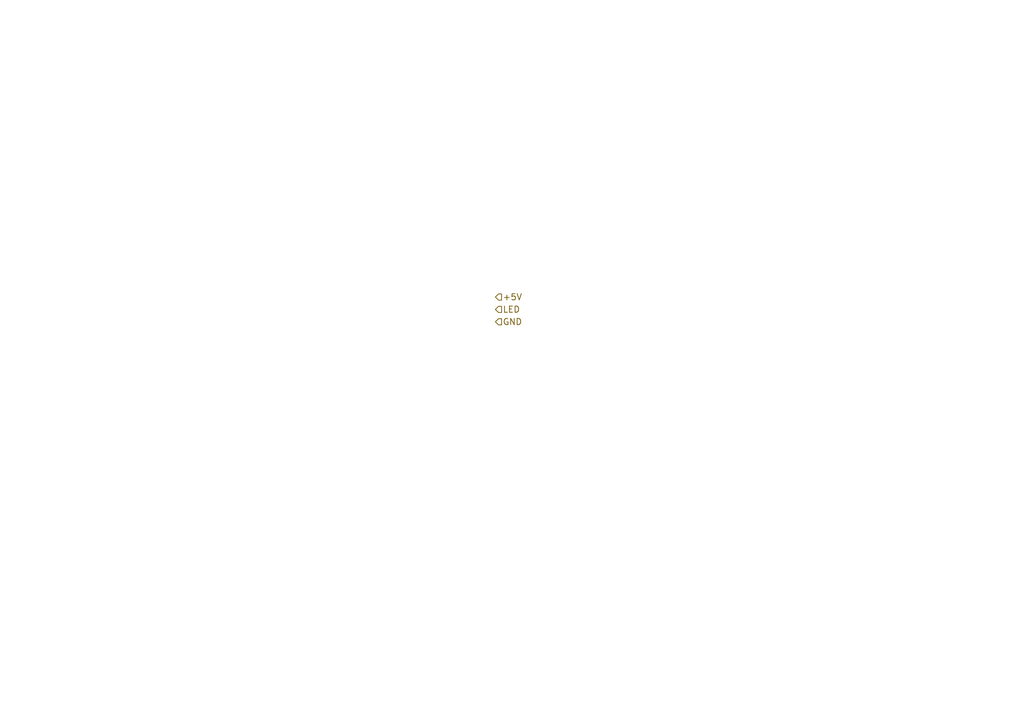
<source format=kicad_sch>
(kicad_sch (version 20230121) (generator eeschema)
  (paper "A5")
  (lib_symbols)
  (hierarchical_label "GND" (shape input) (at 101.6 66.04 0))
  (hierarchical_label "+5V" (shape input) (at 101.6 60.96 0))
  (hierarchical_label "LED" (shape input) (at 101.6 63.5 0))
)
</source>
